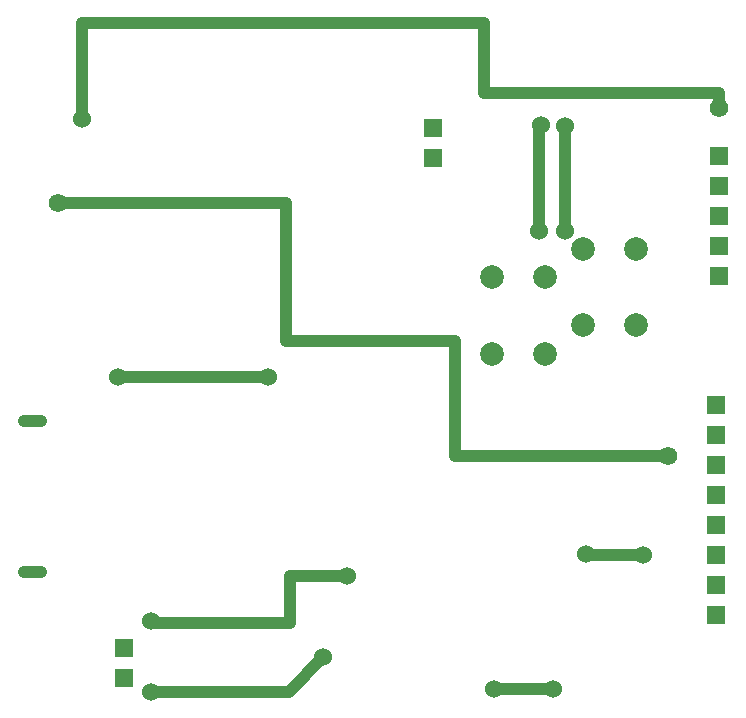
<source format=gbl>
G04 Layer: BottomLayer*
G04 EasyEDA v6.3.43, 2020-06-06T13:29:47+03:00*
G04 6caa89d52f454e228c8c87a2f34c76c4,a7937f01353d4e2e93d7d76370f53aae,10*
G04 Gerber Generator version 0.2*
G04 Scale: 100 percent, Rotated: No, Reflected: No *
G04 Dimensions in inches *
G04 leading zeros omitted , absolute positions ,2 integer and 4 decimal *
%FSLAX24Y24*%
%MOIN*%
G90*
G70D02*

%ADD11C,0.040000*%
%ADD21C,0.060000*%
%ADD22C,0.062000*%
%ADD23R,0.062000X0.062000*%
%ADD24C,0.078740*%
%ADD25C,0.039370*%

%LPD*%
G54D11*
G01X3000Y22900D02*
G01X3000Y26100D01*
G01X16400Y26100D01*
G01X16400Y23750D01*
G01X24250Y23750D01*
G01X24250Y23250D01*
G01X22550Y11650D02*
G01X15450Y11650D01*
G01X15450Y15500D01*
G01X9800Y15500D01*
G01X9800Y20100D01*
G01X2200Y20100D01*
G01X21702Y8350D02*
G01X19802Y8350D01*
G01X11050Y4950D02*
G01X9900Y3800D01*
G01X5300Y3800D01*
G01X11852Y7650D02*
G01X9950Y7650D01*
G01X9950Y6100D01*
G01X5300Y6100D01*
G01X5300Y6150D01*
G01X18250Y19150D02*
G01X18250Y22649D01*
G01X18300Y22700D01*
G01X19100Y19150D02*
G01X19100Y22649D01*
G01X19100Y22650D01*
G01X9200Y14300D02*
G01X4200Y14300D01*
G01X16752Y3900D02*
G01X18702Y3900D01*
G54D21*
G01X11852Y7650D03*
G01X18702Y3900D03*
G01X16752Y3900D03*
G01X19100Y19150D03*
G01X18250Y19150D03*
G01X18300Y22700D03*
G01X19100Y22650D03*
G01X21702Y8350D03*
G01X19802Y8400D03*
G01X9200Y14300D03*
G01X4200Y14300D03*
G01X11050Y4950D03*
G01X5300Y6150D03*
G01X5300Y3800D03*
G54D22*
G01X2200Y20100D03*
G01X22550Y11650D03*
G54D21*
G01X3000Y22900D03*
G54D22*
G01X24250Y23250D03*
G54D23*
G01X24250Y21650D03*
G54D24*
G01X19716Y18579D03*
G01X19716Y16020D03*
G01X21487Y16020D03*
G01X21487Y18579D03*
G01X16666Y17629D03*
G01X16666Y15070D03*
G01X18437Y15070D03*
G01X18437Y17629D03*
G54D23*
G01X24250Y17650D03*
G01X24250Y19650D03*
G01X24250Y20650D03*
G01X14700Y21600D03*
G01X14700Y22600D03*
G01X24250Y18650D03*
G01X24152Y11350D03*
G01X24152Y9350D03*
G01X24150Y12350D03*
G01X24150Y7350D03*
G01X24150Y6350D03*
G01X24150Y13350D03*
G01X24152Y10350D03*
G01X24152Y8350D03*
G01X4400Y4250D03*
G01X4400Y5250D03*
G54D25*
G01X1661Y12819D02*
G01X1070Y12819D01*
G01X1661Y7780D02*
G01X1070Y7780D01*
M00*
M02*

</source>
